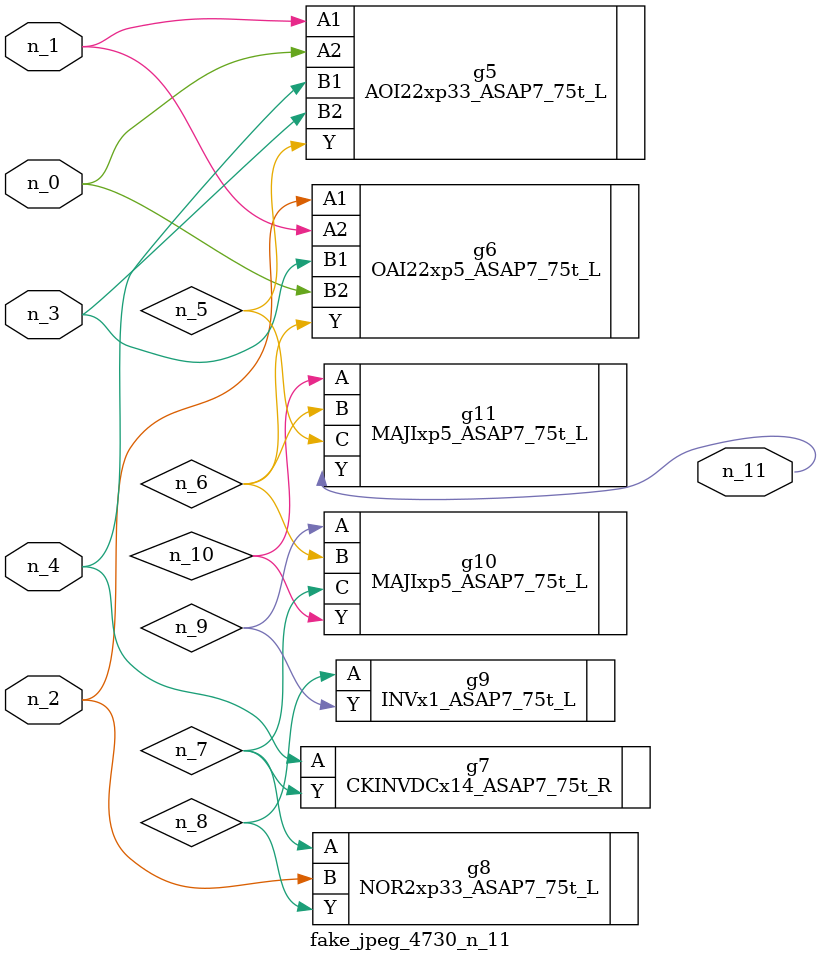
<source format=v>
module fake_jpeg_4730_n_11 (n_3, n_2, n_1, n_0, n_4, n_11);

input n_3;
input n_2;
input n_1;
input n_0;
input n_4;

output n_11;

wire n_10;
wire n_8;
wire n_9;
wire n_6;
wire n_5;
wire n_7;

AOI22xp33_ASAP7_75t_L g5 ( 
.A1(n_1),
.A2(n_0),
.B1(n_4),
.B2(n_3),
.Y(n_5)
);

OAI22xp5_ASAP7_75t_L g6 ( 
.A1(n_2),
.A2(n_1),
.B1(n_3),
.B2(n_0),
.Y(n_6)
);

CKINVDCx14_ASAP7_75t_R g7 ( 
.A(n_4),
.Y(n_7)
);

NOR2xp33_ASAP7_75t_L g8 ( 
.A(n_7),
.B(n_2),
.Y(n_8)
);

INVx1_ASAP7_75t_L g9 ( 
.A(n_8),
.Y(n_9)
);

MAJIxp5_ASAP7_75t_L g10 ( 
.A(n_9),
.B(n_6),
.C(n_7),
.Y(n_10)
);

MAJIxp5_ASAP7_75t_L g11 ( 
.A(n_10),
.B(n_6),
.C(n_5),
.Y(n_11)
);


endmodule
</source>
